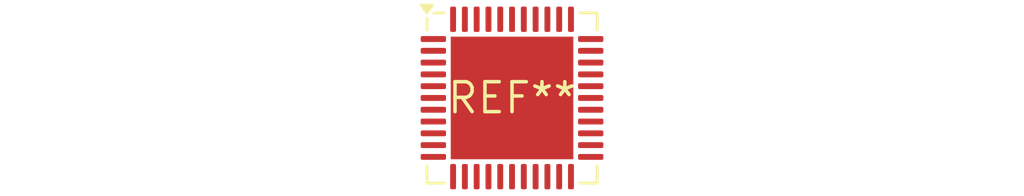
<source format=kicad_pcb>
(kicad_pcb (version 20240108) (generator pcbnew)
  (layers (0 "F.Cu" signal) (31 "B.Cu" signal) (34 "B.Paste" user) (35 "F.Paste" user) (36 "B.SilkS" user "B.Silkscreen") (37 "F.SilkS" user "F.Silkscreen") (38 "B.Mask" user) (39 "F.Mask" user) (44 "Edge.Cuts" user))
  (net 0 "")
  (footprint "QFN-44-1EP_7x7mm_P0.5mm_EP5.2x5.2mm" (layer "F.Cu") (at 0 0)
    (property "Reference" "REF**")
    (property "Value" "QFN-44-1EP_7x7mm_P0.5mm_EP5.2x5.2mm")
    (fp_line (start -3.61 -2.885) (end -3.61 -3.37) (layer "F.SilkS") (stroke (width 0.12)))
    (fp_line (start -3.61 3.61) (end -3.61 2.885) (layer "F.SilkS") (stroke (width 0.12)))
    (fp_line (start -2.885 -3.61) (end -3.31 -3.61) (layer "F.SilkS") (stroke (width 0.12)))
    (fp_line (start -2.885 3.61) (end -3.61 3.61) (layer "F.SilkS") (stroke (width 0.12)))
    (fp_line (start 2.885 -3.61) (end 3.61 -3.61) (layer "F.SilkS") (stroke (width 0.12)))
    (fp_line (start 2.885 3.61) (end 3.61 3.61) (layer "F.SilkS") (stroke (width 0.12)))
    (fp_line (start 3.61 -3.61) (end 3.61 -2.885) (layer "F.SilkS") (stroke (width 0.12)))
    (fp_line (start 3.61 3.61) (end 3.61 2.885) (layer "F.SilkS") (stroke (width 0.12)))
    (fp_poly (pts (xy -3.61 -3.61) (xy -3.85 -3.94) (xy -3.37 -3.94) (xy -3.61 -3.61)) (layer "F.SilkS") (stroke (width 0.12)) (fill solid))
    (pad "1" smd roundrect (at -3.3375 -2.5) (size 1.075 0.25) (layers "F.Cu" "F.Paste" "F.Mask"))
    (pad "2" smd roundrect (at -3.3375 -2) (size 1.075 0.25) (layers "F.Cu" "F.Paste" "F.Mask"))
    (pad "3" smd roundrect (at -3.3375 -1.5) (size 1.075 0.25) (layers "F.Cu" "F.Paste" "F.Mask"))
    (pad "4" smd roundrect (at -3.3375 -1) (size 1.075 0.25) (layers "F.Cu" "F.Paste" "F.Mask"))
    (pad "5" smd roundrect (at -3.3375 -0.5) (size 1.075 0.25) (layers "F.Cu" "F.Paste" "F.Mask"))
    (pad "6" smd roundrect (at -3.3375 0) (size 1.075 0.25) (layers "F.Cu" "F.Paste" "F.Mask"))
    (pad "7" smd roundrect (at -3.3375 0.5) (size 1.075 0.25) (layers "F.Cu" "F.Paste" "F.Mask"))
    (pad "8" smd roundrect (at -3.3375 1) (size 1.075 0.25) (layers "F.Cu" "F.Paste" "F.Mask"))
    (pad "9" smd roundrect (at -3.3375 1.5) (size 1.075 0.25) (layers "F.Cu" "F.Paste" "F.Mask"))
    (pad "10" smd roundrect (at -3.3375 2) (size 1.075 0.25) (layers "F.Cu" "F.Paste" "F.Mask"))
    (pad "11" smd roundrect (at -3.3375 2.5) (size 1.075 0.25) (layers "F.Cu" "F.Paste" "F.Mask"))
    (pad "12" smd roundrect (at -2.5 3.3375) (size 0.25 1.075) (layers "F.Cu" "F.Paste" "F.Mask"))
    (pad "13" smd roundrect (at -2 3.3375) (size 0.25 1.075) (layers "F.Cu" "F.Paste" "F.Mask"))
    (pad "14" smd roundrect (at -1.5 3.3375) (size 0.25 1.075) (layers "F.Cu" "F.Paste" "F.Mask"))
    (pad "15" smd roundrect (at -1 3.3375) (size 0.25 1.075) (layers "F.Cu" "F.Paste" "F.Mask"))
    (pad "16" smd roundrect (at -0.5 3.3375) (size 0.25 1.075) (layers "F.Cu" "F.Paste" "F.Mask"))
    (pad "17" smd roundrect (at 0 3.3375) (size 0.25 1.075) (layers "F.Cu" "F.Paste" "F.Mask"))
    (pad "18" smd roundrect (at 0.5 3.3375) (size 0.25 1.075) (layers "F.Cu" "F.Paste" "F.Mask"))
    (pad "19" smd roundrect (at 1 3.3375) (size 0.25 1.075) (layers "F.Cu" "F.Paste" "F.Mask"))
    (pad "20" smd roundrect (at 1.5 3.3375) (size 0.25 1.075) (layers "F.Cu" "F.Paste" "F.Mask"))
    (pad "21" smd roundrect (at 2 3.3375) (size 0.25 1.075) (layers "F.Cu" "F.Paste" "F.Mask"))
    (pad "22" smd roundrect (at 2.5 3.3375) (size 0.25 1.075) (layers "F.Cu" "F.Paste" "F.Mask"))
    (pad "23" smd roundrect (at 3.3375 2.5) (size 1.075 0.25) (layers "F.Cu" "F.Paste" "F.Mask"))
    (pad "24" smd roundrect (at 3.3375 2) (size 1.075 0.25) (layers "F.Cu" "F.Paste" "F.Mask"))
    (pad "25" smd roundrect (at 3.3375 1.5) (size 1.075 0.25) (layers "F.Cu" "F.Paste" "F.Mask"))
    (pad "26" smd roundrect (at 3.3375 1) (size 1.075 0.25) (layers "F.Cu" "F.Paste" "F.Mask"))
    (pad "27" smd roundrect (at 3.3375 0.5) (size 1.075 0.25) (layers "F.Cu" "F.Paste" "F.Mask"))
    (pad "28" smd roundrect (at 3.3375 0) (size 1.075 0.25) (layers "F.Cu" "F.Paste" "F.Mask"))
    (pad "29" smd roundrect (at 3.3375 -0.5) (size 1.075 0.25) (layers "F.Cu" "F.Paste" "F.Mask"))
    (pad "30" smd roundrect (at 3.3375 -1) (size 1.075 0.25) (layers "F.Cu" "F.Paste" "F.Mask"))
    (pad "31" smd roundrect (at 3.3375 -1.5) (size 1.075 0.25) (layers "F.Cu" "F.Paste" "F.Mask"))
    (pad "32" smd roundrect (at 3.3375 -2) (size 1.075 0.25) (layers "F.Cu" "F.Paste" "F.Mask"))
    (pad "33" smd roundrect (at 3.3375 -2.5) (size 1.075 0.25) (layers "F.Cu" "F.Paste" "F.Mask"))
    (pad "34" smd roundrect (at 2.5 -3.3375) (size 0.25 1.075) (layers "F.Cu" "F.Paste" "F.Mask"))
    (pad "35" smd roundrect (at 2 -3.3375) (size 0.25 1.075) (layers "F.Cu" "F.Paste" "F.Mask"))
    (pad "36" smd roundrect (at 1.5 -3.3375) (size 0.25 1.075) (layers "F.Cu" "F.Paste" "F.Mask"))
    (pad "37" smd roundrect (at 1 -3.3375) (size 0.25 1.075) (layers "F.Cu" "F.Paste" "F.Mask"))
    (pad "38" smd roundrect (at 0.5 -3.3375) (size 0.25 1.075) (layers "F.Cu" "F.Paste" "F.Mask"))
    (pad "39" smd roundrect (at 0 -3.3375) (size 0.25 1.075) (layers "F.Cu" "F.Paste" "F.Mask"))
    (pad "40" smd roundrect (at -0.5 -3.3375) (size 0.25 1.075) (layers "F.Cu" "F.Paste" "F.Mask"))
    (pad "41" smd roundrect (at -1 -3.3375) (size 0.25 1.075) (layers "F.Cu" "F.Paste" "F.Mask"))
    (pad "42" smd roundrect (at -1.5 -3.3375) (size 0.25 1.075) (layers "F.Cu" "F.Paste" "F.Mask"))
    (pad "43" smd roundrect (at -2 -3.3375) (size 0.25 1.075) (layers "F.Cu" "F.Paste" "F.Mask"))
    (pad "44" smd roundrect (at -2.5 -3.3375) (size 0.25 1.075) (layers "F.Cu" "F.Paste" "F.Mask"))
    (pad "45" smd rect (at 0 0) (size 5.2 5.2) (property pad_prop_heatsink) (layers "F.Cu" "F.Mask"))
  )
)
</source>
